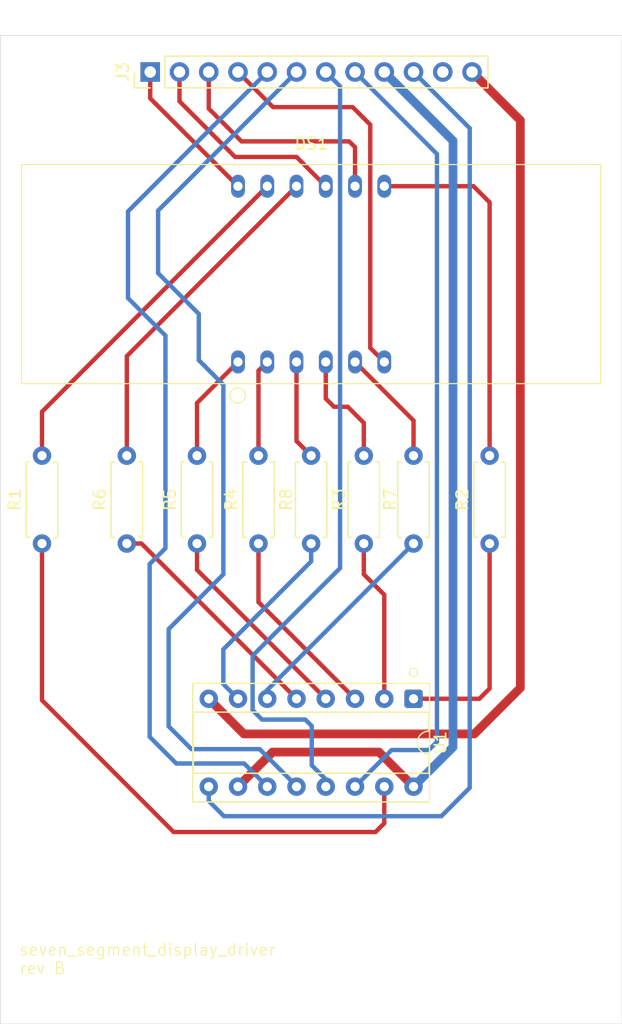
<source format=kicad_pcb>
(kicad_pcb (version 20241229) (generator "pcbnew") (generator_version "9.0")
  (title_block (rev "v01") (comment 3 "License: CC BY 4.0") (comment 4 "Author: Anderson Nguyen"))
  (layers (0 "F.Cu" signal) (2 "B.Cu" signal) (13 "F.Paste" user) (15 "B.Paste" user) (5 "F.SilkS" user "F.Silkscreen") (7 "B.SilkS" user "B.Silkscreen") (1 "F.Mask" user) (3 "B.Mask" user) (25 "Edge.Cuts" user))
  (net 0 "")
  (net 1 "Net-(DS1-E)")
  (net 2 "Net-(DS1-D.P.)")
  (net 3 "Net-(DS1-A)")
  (net 4 "Net-(DS1-G)")
  (net 5 "Net-(DS1-D)")
  (net 6 "Net-(DS1-F)")
  (net 7 "Net-(DS1-C)")
  (net 8 "Net-(DS1-B)")
  (net 9 "Net-(U1-QA)")
  (net 10 "Net-(U1-QB)")
  (net 11 "Net-(U1-QC)")
  (net 12 "Net-(U1-QD)")
  (net 13 "Net-(U1-QE)")
  (net 14 "Net-(U1-QF)")
  (net 15 "Net-(U1-QG)")
  (net 16 "Net-(U1-QH)")
  (net 17 "GND")
  (net 18 "+5V")
  (net 19 "/DIG1")
  (net 20 "/DIG4")
  (net 21 "/DIG3")
  (net 22 "/DIG2")
  (net 23 "/LATCH")
  (net 24 "/QH'")
  (net 25 "/~OE")
  (net 26 "/SER")
  (net 27 "/CLK")
  (footprint "Connector_PinHeader_2.54mm:PinHeader_1x12_P2.54mm_Vertical" (layer "F.Cu") (at 132.08 58.42 90)
    (property "Reference" "J3" (at 0 -2.38 90) (layer "F.SilkS"))
    (property "Value" "Conn_01x12_Pin")
    (fp_line (start -1.38 -1.38) (end 0 -1.38) (stroke (width 0.12)) (layer "F.SilkS"))
    (fp_line (start -1.38 0) (end -1.38 -1.38) (stroke (width 0.12)) (layer "F.SilkS"))
    (fp_line (start 1.38 1.27) (end 1.38 29.32) (stroke (width 0.12)) (layer "F.SilkS"))
    (fp_line (start -1.38 1.27) (end 1.38 1.27) (stroke (width 0.12)) (layer "F.SilkS"))
    (fp_line (start -1.38 1.27) (end -1.38 29.32) (stroke (width 0.12)) (layer "F.SilkS"))
    (fp_line (start -1.38 29.32) (end 1.38 29.32) (stroke (width 0.12)) (layer "F.SilkS"))
    (pad "1" thru_hole rect (at 0 0 90) (size 1.7 1.7) (drill 1) (layers "*.Cu" "*.Mask") (net 19 "/DIG1"))
    (pad "2" thru_hole circle (at 0 2.54 90) (size 1.7 1.7) (drill 1) (layers "*.Cu" "*.Mask") (net 22 "/DIG2"))
    (pad "3" thru_hole circle (at 0 5.08 90) (size 1.7 1.7) (drill 1) (layers "*.Cu" "*.Mask") (net 21 "/DIG3"))
    (pad "4" thru_hole circle (at 0 7.62 90) (size 1.7 1.7) (drill 1) (layers "*.Cu" "*.Mask") (net 20 "/DIG4"))
    (pad "5" thru_hole circle (at 0 10.16 90) (size 1.7 1.7) (drill 1) (layers "*.Cu" "*.Mask") (net 27 "/CLK"))
    (pad "6" thru_hole circle (at 0 12.7 90) (size 1.7 1.7) (drill 1) (layers "*.Cu" "*.Mask") (net 23 "/LATCH"))
    (pad "7" thru_hole circle (at 0 15.24 90) (size 1.7 1.7) (drill 1) (layers "*.Cu" "*.Mask") (net 25 "/~OE"))
    (pad "8" thru_hole circle (at 0 17.78 90) (size 1.7 1.7) (drill 1) (layers "*.Cu" "*.Mask") (net 26 "/SER"))
    (pad "9" thru_hole circle (at 0 20.32 90) (size 1.7 1.7) (drill 1) (layers "*.Cu" "*.Mask") (net 18 "+5V"))
    (pad "10" thru_hole circle (at 0 22.86 90) (size 1.7 1.7) (drill 1) (layers "*.Cu" "*.Mask") (net 24 "/QH'"))
    (pad "11" thru_hole circle (at 0 25.4 90) (size 1.7 1.7) (drill 1) (layers "*.Cu" "*.Mask"))
    (pad "12" thru_hole circle (at 0 27.94 90) (size 1.7 1.7) (drill 1) (layers "*.Cu" "*.Mask") (net 17 "GND"))
  )
  (footprint "Resistor_THT:R_Axial_DIN0207_L6.3mm_D2.5mm_P7.62mm_Horizontal" (layer "F.Cu") (at 161.544 99.314 90)
    (property "Reference" "R2" (at 3.81 -2.37 90) (layer "F.SilkS"))
    (property "Value" "660")
    (fp_line (start 7.08 -1.37) (end 7.08 -1.04) (stroke (width 0.12)) (layer "F.SilkS"))
    (fp_line (start 0.54 -1.37) (end 7.08 -1.37) (stroke (width 0.12)) (layer "F.SilkS"))
    (fp_line (start 0.54 -1.04) (end 0.54 -1.37) (stroke (width 0.12)) (layer "F.SilkS"))
    (fp_line (start 0.54 1.04) (end 0.54 1.37) (stroke (width 0.12)) (layer "F.SilkS"))
    (fp_line (start 7.08 1.37) (end 7.08 1.04) (stroke (width 0.12)) (layer "F.SilkS"))
    (fp_line (start 0.54 1.37) (end 7.08 1.37) (stroke (width 0.12)) (layer "F.SilkS"))
    (pad "1" thru_hole circle (at 0 0 90) (size 1.6 1.6) (drill 0.8) (layers "*.Cu" "*.Mask") (net 10 "Net-(U1-QB)"))
    (pad "2" thru_hole circle (at 7.62 0 90) (size 1.6 1.6) (drill 0.8) (layers "*.Cu" "*.Mask") (net 8 "Net-(DS1-B)"))
  )
  (footprint "Resistor_THT:R_Axial_DIN0207_L6.3mm_D2.5mm_P7.62mm_Horizontal" (layer "F.Cu") (at 146.05 99.314 90)
    (property "Reference" "R8" (at 3.81 -2.159 90) (layer "F.SilkS"))
    (property "Value" "660")
    (fp_line (start 7.08 -1.37) (end 7.08 -1.04) (stroke (width 0.12)) (layer "F.SilkS"))
    (fp_line (start 0.54 -1.37) (end 7.08 -1.37) (stroke (width 0.12)) (layer "F.SilkS"))
    (fp_line (start 0.54 -1.04) (end 0.54 -1.37) (stroke (width 0.12)) (layer "F.SilkS"))
    (fp_line (start 0.54 1.04) (end 0.54 1.37) (stroke (width 0.12)) (layer "F.SilkS"))
    (fp_line (start 7.08 1.37) (end 7.08 1.04) (stroke (width 0.12)) (layer "F.SilkS"))
    (fp_line (start 0.54 1.37) (end 7.08 1.37) (stroke (width 0.12)) (layer "F.SilkS"))
    (pad "1" thru_hole circle (at 0 0 90) (size 1.6 1.6) (drill 0.8) (layers "*.Cu" "*.Mask") (net 16 "Net-(U1-QH)"))
    (pad "2" thru_hole circle (at 7.62 0 90) (size 1.6 1.6) (drill 0.8) (layers "*.Cu" "*.Mask") (net 2 "Net-(DS1-D.P.)"))
  )
  (footprint "Resistor_THT:R_Axial_DIN0207_L6.3mm_D2.5mm_P7.62mm_Horizontal" (layer "F.Cu") (at 130.048 99.314 90)
    (property "Reference" "R6" (at 3.81 -2.37 90) (layer "F.SilkS"))
    (property "Value" "660")
    (fp_line (start 7.08 -1.37) (end 7.08 -1.04) (stroke (width 0.12)) (layer "F.SilkS"))
    (fp_line (start 0.54 -1.37) (end 7.08 -1.37) (stroke (width 0.12)) (layer "F.SilkS"))
    (fp_line (start 0.54 -1.04) (end 0.54 -1.37) (stroke (width 0.12)) (layer "F.SilkS"))
    (fp_line (start 0.54 1.04) (end 0.54 1.37) (stroke (width 0.12)) (layer "F.SilkS"))
    (fp_line (start 7.08 1.37) (end 7.08 1.04) (stroke (width 0.12)) (layer "F.SilkS"))
    (fp_line (start 0.54 1.37) (end 7.08 1.37) (stroke (width 0.12)) (layer "F.SilkS"))
    (pad "1" thru_hole circle (at 0 0 90) (size 1.6 1.6) (drill 0.8) (layers "*.Cu" "*.Mask") (net 14 "Net-(U1-QF)"))
    (pad "2" thru_hole circle (at 7.62 0 90) (size 1.6 1.6) (drill 0.8) (layers "*.Cu" "*.Mask") (net 6 "Net-(DS1-F)"))
  )
  (footprint "Resistor_THT:R_Axial_DIN0207_L6.3mm_D2.5mm_P7.62mm_Horizontal" (layer "F.Cu") (at 122.682 99.314 90)
    (property "Reference" "R1" (at 3.81 -2.37 90) (layer "F.SilkS"))
    (property "Value" "660")
    (fp_line (start 7.08 -1.37) (end 7.08 -1.04) (stroke (width 0.12)) (layer "F.SilkS"))
    (fp_line (start 0.54 -1.37) (end 7.08 -1.37) (stroke (width 0.12)) (layer "F.SilkS"))
    (fp_line (start 0.54 -1.04) (end 0.54 -1.37) (stroke (width 0.12)) (layer "F.SilkS"))
    (fp_line (start 0.54 1.04) (end 0.54 1.37) (stroke (width 0.12)) (layer "F.SilkS"))
    (fp_line (start 7.08 1.37) (end 7.08 1.04) (stroke (width 0.12)) (layer "F.SilkS"))
    (fp_line (start 0.54 1.37) (end 7.08 1.37) (stroke (width 0.12)) (layer "F.SilkS"))
    (pad "1" thru_hole circle (at 0 0 90) (size 1.6 1.6) (drill 0.8) (layers "*.Cu" "*.Mask") (net 9 "Net-(U1-QA)"))
    (pad "2" thru_hole circle (at 7.62 0 90) (size 1.6 1.6) (drill 0.8) (layers "*.Cu" "*.Mask") (net 3 "Net-(DS1-A)"))
  )
  (footprint "Resistor_THT:R_Axial_DIN0207_L6.3mm_D2.5mm_P7.62mm_Horizontal" (layer "F.Cu") (at 154.94 99.314 90)
    (property "Reference" "R7" (at 3.81 -2.032 90) (layer "F.SilkS"))
    (property "Value" "660")
    (fp_line (start 7.08 -1.37) (end 7.08 -1.04) (stroke (width 0.12)) (layer "F.SilkS"))
    (fp_line (start 0.54 -1.37) (end 7.08 -1.37) (stroke (width 0.12)) (layer "F.SilkS"))
    (fp_line (start 0.54 -1.04) (end 0.54 -1.37) (stroke (width 0.12)) (layer "F.SilkS"))
    (fp_line (start 0.54 1.04) (end 0.54 1.37) (stroke (width 0.12)) (layer "F.SilkS"))
    (fp_line (start 7.08 1.37) (end 7.08 1.04) (stroke (width 0.12)) (layer "F.SilkS"))
    (fp_line (start 0.54 1.37) (end 7.08 1.37) (stroke (width 0.12)) (layer "F.SilkS"))
    (pad "1" thru_hole circle (at 0 0 90) (size 1.6 1.6) (drill 0.8) (layers "*.Cu" "*.Mask") (net 15 "Net-(U1-QG)"))
    (pad "2" thru_hole circle (at 7.62 0 90) (size 1.6 1.6) (drill 0.8) (layers "*.Cu" "*.Mask") (net 4 "Net-(DS1-G)"))
  )
  (footprint "Library:LTC_5623G-SDIP" (layer "F.Cu") (at 146.05 75.946)
    (property "Reference" "DS1" (at 0.025 -11.3 180) (layer "F.SilkS"))
    (property "Value" "LTC-55623G")
    (fp_rect (start -25.146 -9.4996) (end 25.146 9.4996) (stroke (width 0.1)) (fill no) (layer "F.SilkS"))
    (fp_circle (center -6.375 10.525) (end -5.825 10.9) (stroke (width 0.1)) (fill no) (layer "F.SilkS"))
    (pad "1" thru_hole oval (at -6.35 7.62) (size 1.2 2) (drill 0.8) (layers "*.Cu" "*.Mask") (net 1 "Net-(DS1-E)"))
    (pad "2" thru_hole oval (at -3.81 7.62) (size 1.2 2) (drill 0.8) (layers "*.Cu" "*.Mask") (net 5 "Net-(DS1-D)"))
    (pad "3" thru_hole oval (at -1.27 7.62) (size 1.2 2) (drill 0.8) (layers "*.Cu" "*.Mask") (net 2 "Net-(DS1-D.P.)"))
    (pad "4" thru_hole oval (at 1.27 7.62) (size 1.2 2) (drill 0.8) (layers "*.Cu" "*.Mask") (net 7 "Net-(DS1-C)"))
    (pad "5" thru_hole oval (at 3.81 7.62) (size 1.2 2) (drill 0.8) (layers "*.Cu" "*.Mask") (net 4 "Net-(DS1-G)"))
    (pad "6" thru_hole oval (at 6.35 7.62) (size 1.2 2) (drill 0.8) (layers "*.Cu" "*.Mask") (net 20 "/DIG4"))
    (pad "7" thru_hole oval (at 6.35 -7.62) (size 1.2 2) (drill 0.8) (layers "*.Cu" "*.Mask") (net 8 "Net-(DS1-B)"))
    (pad "8" thru_hole oval (at 3.81 -7.62) (size 1.2 2) (drill 0.8) (layers "*.Cu" "*.Mask") (net 21 "/DIG3"))
    (pad "9" thru_hole oval (at 1.27 -7.62) (size 1.2 2) (drill 0.8) (layers "*.Cu" "*.Mask") (net 22 "/DIG2"))
    (pad "10" thru_hole oval (at -1.27 -7.62) (size 1.2 2) (drill 0.8) (layers "*.Cu" "*.Mask") (net 6 "Net-(DS1-F)"))
    (pad "11" thru_hole oval (at -3.81 -7.62) (size 1.2 2) (drill 0.8) (layers "*.Cu" "*.Mask") (net 3 "Net-(DS1-A)"))
    (pad "12" thru_hole oval (at -6.35 -7.62) (size 1.2 2) (drill 0.8) (layers "*.Cu" "*.Mask") (net 19 "/DIG1"))
  )
  (footprint "Resistor_THT:R_Axial_DIN0207_L6.3mm_D2.5mm_P7.62mm_Horizontal" (layer "F.Cu") (at 141.478 99.314 90)
    (property "Reference" "R4" (at 3.81 -2.37 90) (layer "F.SilkS"))
    (property "Value" "660")
    (fp_line (start 7.08 -1.37) (end 7.08 -1.04) (stroke (width 0.12)) (layer "F.SilkS"))
    (fp_line (start 0.54 -1.37) (end 7.08 -1.37) (stroke (width 0.12)) (layer "F.SilkS"))
    (fp_line (start 0.54 -1.04) (end 0.54 -1.37) (stroke (width 0.12)) (layer "F.SilkS"))
    (fp_line (start 0.54 1.04) (end 0.54 1.37) (stroke (width 0.12)) (layer "F.SilkS"))
    (fp_line (start 7.08 1.37) (end 7.08 1.04) (stroke (width 0.12)) (layer "F.SilkS"))
    (fp_line (start 0.54 1.37) (end 7.08 1.37) (stroke (width 0.12)) (layer "F.SilkS"))
    (pad "1" thru_hole circle (at 0 0 90) (size 1.6 1.6) (drill 0.8) (layers "*.Cu" "*.Mask") (net 12 "Net-(U1-QD)"))
    (pad "2" thru_hole circle (at 7.62 0 90) (size 1.6 1.6) (drill 0.8) (layers "*.Cu" "*.Mask") (net 5 "Net-(DS1-D)"))
  )
  (footprint "Package_DIP:DIP-16_W7.62mm_Socket" (layer "F.Cu") (at 154.94 112.776 -90)
    (property "Reference" "U1" (at 3.81 -2.33 90) (layer "F.SilkS"))
    (property "Value" "74AHC595")
    (fp_line (start 1.16 19.11) (end 6.46 19.11) (stroke (width 0.12)) (layer "F.SilkS"))
    (fp_line (start 6.46 19.11) (end 6.46 -1.33) (stroke (width 0.12)) (layer "F.SilkS"))
    (fp_line (start 1.16 -1.33) (end 1.16 19.11) (stroke (width 0.12)) (layer "F.SilkS"))
    (fp_line (start 2.81 -1.33) (end 1.16 -1.33) (stroke (width 0.12)) (layer "F.SilkS"))
    (fp_line (start 6.46 -1.33) (end 4.81 -1.33) (stroke (width 0.12)) (layer "F.SilkS"))
    (fp_rect (start -1.33 -1.39) (end 8.95 19.17) (stroke (width 0.12)) (fill no) (layer "F.SilkS"))
    (fp_arc (start 4.81 -1.33) (mid 3.81 -0.33) (end 2.81 -1.33) (stroke (width 0.12)) (layer "F.SilkS"))
    (pad "1" thru_hole roundrect (at 0 0 270) (size 1.6 1.6) (drill 0.8) (layers "*.Cu" "*.Mask") (roundrect_rratio 0.15625) (net 10 "Net-(U1-QB)"))
    (pad "2" thru_hole circle (at 0 2.54 270) (size 1.6 1.6) (drill 0.8) (layers "*.Cu" "*.Mask") (net 11 "Net-(U1-QC)"))
    (pad "3" thru_hole circle (at 0 5.08 270) (size 1.6 1.6) (drill 0.8) (layers "*.Cu" "*.Mask") (net 12 "Net-(U1-QD)"))
    (pad "4" thru_hole circle (at 0 7.62 270) (size 1.6 1.6) (drill 0.8) (layers "*.Cu" "*.Mask") (net 13 "Net-(U1-QE)"))
    (pad "5" thru_hole circle (at 0 10.16 270) (size 1.6 1.6) (drill 0.8) (layers "*.Cu" "*.Mask") (net 14 "Net-(U1-QF)"))
    (pad "6" thru_hole circle (at 0 12.7 270) (size 1.6 1.6) (drill 0.8) (layers "*.Cu" "*.Mask") (net 15 "Net-(U1-QG)"))
    (pad "7" thru_hole circle (at 0 15.24 270) (size 1.6 1.6) (drill 0.8) (layers "*.Cu" "*.Mask") (net 16 "Net-(U1-QH)"))
    (pad "8" thru_hole circle (at 0 17.78 270) (size 1.6 1.6) (drill 0.8) (layers "*.Cu" "*.Mask") (net 17 "GND"))
    (pad "9" thru_hole circle (at 7.62 17.78 270) (size 1.6 1.6) (drill 0.8) (layers "*.Cu" "*.Mask") (net 24 "/QH'"))
    (pad "10" thru_hole circle (at 7.62 15.24 270) (size 1.6 1.6) (drill 0.8) (layers "*.Cu" "*.Mask") (net 18 "+5V"))
    (pad "11" thru_hole circle (at 7.62 12.7 270) (size 1.6 1.6) (drill 0.8) (layers "*.Cu" "*.Mask") (net 27 "/CLK"))
    (pad "12" thru_hole circle (at 7.62 10.16 270) (size 1.6 1.6) (drill 0.8) (layers "*.Cu" "*.Mask") (net 23 "/LATCH"))
    (pad "13" thru_hole circle (at 7.62 7.62 270) (size 1.6 1.6) (drill 0.8) (layers "*.Cu" "*.Mask") (net 25 "/~OE"))
    (pad "14" thru_hole circle (at 7.62 5.08 270) (size 1.6 1.6) (drill 0.8) (layers "*.Cu" "*.Mask") (net 26 "/SER"))
    (pad "15" thru_hole circle (at 7.62 2.54 270) (size 1.6 1.6) (drill 0.8) (layers "*.Cu" "*.Mask") (net 9 "Net-(U1-QA)"))
    (pad "16" thru_hole circle (at 7.62 0 270) (size 1.6 1.6) (drill 0.8) (layers "*.Cu" "*.Mask") (net 18 "+5V"))
  )
  (footprint "Resistor_THT:R_Axial_DIN0207_L6.3mm_D2.5mm_P7.62mm_Horizontal" (layer "F.Cu") (at 150.622 99.314 90)
    (property "Reference" "R3" (at 3.81 -2.159 90) (layer "F.SilkS"))
    (property "Value" "660")
    (fp_line (start 7.08 -1.37) (end 7.08 -1.04) (stroke (width 0.12)) (layer "F.SilkS"))
    (fp_line (start 0.54 -1.37) (end 7.08 -1.37) (stroke (width 0.12)) (layer "F.SilkS"))
    (fp_line (start 0.54 -1.04) (end 0.54 -1.37) (stroke (width 0.12)) (layer "F.SilkS"))
    (fp_line (start 0.54 1.04) (end 0.54 1.37) (stroke (width 0.12)) (layer "F.SilkS"))
    (fp_line (start 7.08 1.37) (end 7.08 1.04) (stroke (width 0.12)) (layer "F.SilkS"))
    (fp_line (start 0.54 1.37) (end 7.08 1.37) (stroke (width 0.12)) (layer "F.SilkS"))
    (pad "1" thru_hole circle (at 0 0 90) (size 1.6 1.6) (drill 0.8) (layers "*.Cu" "*.Mask") (net 11 "Net-(U1-QC)"))
    (pad "2" thru_hole circle (at 7.62 0 90) (size 1.6 1.6) (drill 0.8) (layers "*.Cu" "*.Mask") (net 7 "Net-(DS1-C)"))
  )
  (footprint "Resistor_THT:R_Axial_DIN0207_L6.3mm_D2.5mm_P7.62mm_Horizontal" (layer "F.Cu") (at 136.144 99.314 90)
    (property "Reference" "R5" (at 3.81 -2.37 90) (layer "F.SilkS"))
    (property "Value" "660")
    (fp_line (start 7.08 -1.37) (end 7.08 -1.04) (stroke (width 0.12)) (layer "F.SilkS"))
    (fp_line (start 0.54 -1.37) (end 7.08 -1.37) (stroke (width 0.12)) (layer "F.SilkS"))
    (fp_line (start 0.54 -1.04) (end 0.54 -1.37) (stroke (width 0.12)) (layer "F.SilkS"))
    (fp_line (start 0.54 1.04) (end 0.54 1.37) (stroke (width 0.12)) (layer "F.SilkS"))
    (fp_line (start 7.08 1.37) (end 7.08 1.04) (stroke (width 0.12)) (layer "F.SilkS"))
    (fp_line (start 0.54 1.37) (end 7.08 1.37) (stroke (width 0.12)) (layer "F.SilkS"))
    (pad "1" thru_hole circle (at 0 0 90) (size 1.6 1.6) (drill 0.8) (layers "*.Cu" "*.Mask") (net 13 "Net-(U1-QE)"))
    (pad "2" thru_hole circle (at 7.62 0 90) (size 1.6 1.6) (drill 0.8) (layers "*.Cu" "*.Mask") (net 1 "Net-(DS1-E)"))
  )
  (gr_circle (center 154.94 110.49) (end 155.194 110.236) (stroke (width 0.1)) (fill no) (layer "F.SilkS"))
  (gr_rect (start 119.0625 55.245) (end 173.0375 140.97) (stroke (width 0.05)) (fill no) (layer "Edge.Cuts"))
  (gr_text "seven_segment_display_driver\nrev B\n\n\n" (at 120.65 139.954 0) (layer "F.SilkS") (effects (font (size 1 1) (thickness 0.1)) (justify left bottom)))
  (segment (start 136.144 91.694) (end 136.144 87.122) (width 0.381) (layer "F.Cu") (net 1))
  (segment (start 136.144 87.122) (end 139.7 83.566) (width 0.381) (layer "F.Cu") (net 1))
  (segment (start 144.78 90.424) (end 144.78 83.566) (width 0.381) (layer "F.Cu") (net 2))
  (segment (start 146.05 91.694) (end 144.78 90.424) (width 0.381) (layer "F.Cu") (net 2))
  (segment (start 122.682 91.694) (end 122.682 87.884) (width 0.381) (layer "F.Cu") (net 3))
  (segment (start 122.682 87.884) (end 142.24 68.326) (width 0.381) (layer "F.Cu") (net 3))
  (segment (start 154.94 91.694) (end 154.94 88.646) (width 0.381) (layer "F.Cu") (net 4))
  (segment (start 154.94 88.646) (end 149.86 83.566) (width 0.381) (layer "F.Cu") (net 4))
  (segment (start 141.478 91.694) (end 141.478 84.328) (width 0.381) (layer "F.Cu") (net 5))
  (segment (start 141.478 84.328) (end 142.24 83.566) (width 0.381) (layer "F.Cu") (net 5))
  (segment (start 130.048 91.694) (end 130.048 83.058) (width 0.381) (layer "F.Cu") (net 6))
  (segment (start 130.048 83.058) (end 144.78 68.326) (width 0.381) (layer "F.Cu") (net 6))
  (segment (start 147.32 86.741) (end 148.0312 87.4522) (width 0.381) (layer "F.Cu") (net 7))
  (segment (start 149.225 87.4522) (end 150.622 88.8492) (width 0.381) (layer "F.Cu") (net 7))
  (segment (start 150.622 88.8492) (end 150.622 91.694) (width 0.381) (layer "F.Cu") (net 7))
  (segment (start 147.32 83.566) (end 147.32 86.741) (width 0.381) (layer "F.Cu") (net 7))
  (segment (start 148.0312 87.4522) (end 149.225 87.4522) (width 0.381) (layer "F.Cu") (net 7))
  (segment (start 160.147 68.326) (end 152.4 68.326) (width 0.381) (layer "F.Cu") (net 8))
  (segment (start 161.544 91.694) (end 161.544 69.723) (width 0.381) (layer "F.Cu") (net 8))
  (segment (start 161.544 69.723) (end 160.147 68.326) (width 0.381) (layer "F.Cu") (net 8))
  (segment (start 134.112 124.333) (end 151.638 124.333) (width 0.381) (layer "F.Cu") (net 9))
  (segment (start 151.638 124.333) (end 152.4 123.571) (width 0.381) (layer "F.Cu") (net 9))
  (segment (start 122.682 112.903) (end 134.112 124.333) (width 0.381) (layer "F.Cu") (net 9))
  (segment (start 152.4 123.571) (end 152.4 120.396) (width 0.381) (layer "F.Cu") (net 9))
  (segment (start 122.682 99.314) (end 122.682 112.903) (width 0.381) (layer "F.Cu") (net 9))
  (segment (start 161.544 99.314) (end 161.544 111.887) (width 0.381) (layer "F.Cu") (net 10))
  (segment (start 161.544 111.887) (end 160.655 112.776) (width 0.381) (layer "F.Cu") (net 10))
  (segment (start 160.655 112.776) (end 154.94 112.776) (width 0.381) (layer "F.Cu") (net 10))
  (segment (start 150.622 101.981) (end 152.4 103.759) (width 0.381) (layer "F.Cu") (net 11))
  (segment (start 152.4 103.759) (end 152.4 112.776) (width 0.381) (layer "F.Cu") (net 11))
  (segment (start 150.622 99.314) (end 150.622 101.981) (width 0.381) (layer "F.Cu") (net 11))
  (segment (start 141.478 104.394) (end 149.86 112.776) (width 0.381) (layer "F.Cu") (net 12))
  (segment (start 141.478 99.314) (end 141.478 104.394) (width 0.381) (layer "F.Cu") (net 12))
  (segment (start 136.144 101.6) (end 147.32 112.776) (width 0.381) (layer "F.Cu") (net 13))
  (segment (start 136.144 99.314) (end 136.144 101.6) (width 0.381) (layer "F.Cu") (net 13))
  (segment (start 130.048 99.314) (end 131.318 99.314) (width 0.381) (layer "F.Cu") (net 14))
  (segment (start 131.318 99.314) (end 144.78 112.776) (width 0.381) (layer "F.Cu") (net 14))
  (segment (start 142.113 112.141) (end 154.94 99.314) (width 0.381) (layer "B.Cu") (net 15))
  (segment (start 142.24 112.776) (end 142.113 112.649) (width 0.381) (layer "B.Cu") (net 15))
  (segment (start 142.113 112.649) (end 142.113 112.141) (width 0.381) (layer "B.Cu") (net 15))
  (segment (start 146.05 100.8634) (end 138.43 108.4834) (width 0.381) (layer "B.Cu") (net 16))
  (segment (start 138.43 108.4834) (end 138.43 111.506) (width 0.381) (layer "B.Cu") (net 16))
  (segment (start 138.43 111.506) (end 139.7 112.776) (width 0.381) (layer "B.Cu") (net 16))
  (segment (start 146.05 99.314) (end 146.05 100.8634) (width 0.381) (layer "B.Cu") (net 16))
  (segment (start 164.211 111.8362) (end 164.211 62.611) (width 0.762) (layer "F.Cu") (net 17))
  (segment (start 164.211 62.611) (end 160.02 58.42) (width 0.762) (layer "F.Cu") (net 17))
  (segment (start 140.208 115.824) (end 160.2232 115.824) (width 0.762) (layer "F.Cu") (net 17))
  (segment (start 160.2232 115.824) (end 164.211 111.8362) (width 0.762) (layer "F.Cu") (net 17))
  (segment (start 137.16 112.776) (end 140.208 115.824) (width 0.762) (layer "F.Cu") (net 17))
  (segment (start 139.7 120.396) (end 142.6972 117.3988) (width 0.762) (layer "F.Cu") (net 18))
  (segment (start 142.6972 117.3988) (end 151.9428 117.3988) (width 0.762) (layer "F.Cu") (net 18))
  (segment (start 151.9428 117.3988) (end 154.94 120.396) (width 0.762) (layer "F.Cu") (net 18))
  (segment (start 158.369 116.967) (end 158.369 64.389) (width 0.762) (layer "B.Cu") (net 18))
  (segment (start 154.94 120.396) (end 158.369 116.967) (width 0.762) (layer "B.Cu") (net 18))
  (segment (start 158.369 64.389) (end 152.4 58.42) (width 0.762) (layer "B.Cu") (net 18))
  (segment (start 132.08 58.42) (end 132.08 60.706) (width 0.381) (layer "F.Cu") (net 19))
  (segment (start 132.08 60.706) (end 139.7 68.326) (width 0.381) (layer "F.Cu") (net 19))
  (segment (start 142.748 61.468) (end 149.6568 61.468) (width 0.381) (layer "F.Cu") (net 20))
  (segment (start 151.1808 62.992) (end 151.1808 82.3468) (width 0.381) (layer "F.Cu") (net 20))
  (segment (start 151.1808 82.3468) (end 152.4 83.566) (width 0.381) (layer "F.Cu") (net 20))
  (segment (start 139.7 58.42) (end 142.748 61.468) (width 0.381) (layer "F.Cu") (net 20))
  (segment (start 149.6568 61.468) (end 151.1808 62.992) (width 0.381) (layer "F.Cu") (net 20))
  (segment (start 140.0026 64.4376) (end 137.16 61.595) (width 0.381) (layer "F.Cu") (net 21))
  (segment (start 149.3498 64.4376) (end 140.0026 64.4376) (width 0.381) (layer "F.Cu") (net 21))
  (segment (start 149.86 68.326) (end 149.86 64.9478) (width 0.381) (layer "F.Cu") (net 21))
  (segment (start 149.86 64.9478) (end 149.3498 64.4376) (width 0.381) (layer "F.Cu") (net 21))
  (segment (start 137.16 61.595) (end 137.16 58.42) (width 0.381) (layer "F.Cu") (net 21))
  (segment (start 134.62 58.42) (end 134.62 60.96) (width 0.381) (layer "F.Cu") (net 22))
  (segment (start 139.446 65.786) (end 144.78 65.786) (width 0.381) (layer "F.Cu") (net 22))
  (segment (start 134.62 60.96) (end 139.446 65.786) (width 0.381) (layer "F.Cu") (net 22))
  (segment (start 144.78 65.786) (end 147.32 68.326) (width 0.381) (layer "F.Cu") (net 22))
  (segment (start 138.43 101.981) (end 138.43 85.5472) (width 0.381) (layer "B.Cu") (net 23))
  (segment (start 138.43 85.5472) (end 136.2964 83.4136) (width 0.381) (layer "B.Cu") (net 23))
  (segment (start 133.6802 106.7308) (end 138.43 101.981) (width 0.381) (layer "B.Cu") (net 23))
  (segment (start 144.78 120.3452) (end 141.5796 117.1448) (width 0.381) (layer "B.Cu") (net 23))
  (segment (start 133.6802 115.1636) (end 133.6802 106.7308) (width 0.381) (layer "B.Cu") (net 23))
  (segment (start 132.7658 70.4342) (end 144.78 58.42) (width 0.381) (layer "B.Cu") (net 23))
  (segment (start 132.7658 75.8698) (end 132.7658 70.4342) (width 0.381) (layer "B.Cu") (net 23))
  (segment (start 141.5796 117.1448) (end 135.6614 117.1448) (width 0.381) (layer "B.Cu") (net 23))
  (segment (start 144.78 120.396) (end 144.78 120.3452) (width 0.381) (layer "B.Cu") (net 23))
  (segment (start 136.2964 83.4136) (end 136.2964 79.4004) (width 0.381) (layer "B.Cu") (net 23))
  (segment (start 136.2964 79.4004) (end 132.7658 75.8698) (width 0.381) (layer "B.Cu") (net 23))
  (segment (start 135.6614 117.1448) (end 133.6802 115.1636) (width 0.381) (layer "B.Cu") (net 23))
  (segment (start 137.16 120.396) (end 137.16 121.6406) (width 0.381) (layer "B.Cu") (net 24))
  (segment (start 137.16 121.6406) (end 138.4808 122.9614) (width 0.381) (layer "B.Cu") (net 24))
  (segment (start 159.8168 63.2968) (end 154.94 58.42) (width 0.381) (layer "B.Cu") (net 24))
  (segment (start 138.4808 122.9614) (end 157.353 122.9614) (width 0.381) (layer "B.Cu") (net 24))
  (segment (start 157.353 122.9614) (end 159.8168 120.4976) (width 0.381) (layer "B.Cu") (net 24))
  (segment (start 159.8168 120.4976) (end 159.8168 63.2968) (width 0.381) (layer "B.Cu") (net 24))
  (segment (start 141.7828 114.5794) (end 140.97 113.7666) (width 0.381) (layer "B.Cu") (net 25))
  (segment (start 147.32 119.761) (end 146.1008 118.5418) (width 0.381) (layer "B.Cu") (net 25))
  (segment (start 140.97 113.7666) (end 140.97 109.0422) (width 0.381) (layer "B.Cu") (net 25))
  (segment (start 146.1008 115.1382) (end 145.542 114.5794) (width 0.381) (layer "B.Cu") (net 25))
  (segment (start 148.5646 59.6646) (end 147.32 58.42) (width 0.381) (layer "B.Cu") (net 25))
  (segment (start 147.32 120.396) (end 147.32 119.761) (width 0.381) (layer "B.Cu") (net 25))
  (segment (start 148.5646 101.4476) (end 148.5646 59.6646) (width 0.381) (layer "B.Cu") (net 25))
  (segment (start 145.542 114.5794) (end 141.7828 114.5794) (width 0.381) (layer "B.Cu") (net 25))
  (segment (start 140.97 109.0422) (end 148.5646 101.4476) (width 0.381) (layer "B.Cu") (net 25))
  (segment (start 146.1008 118.5418) (end 146.1008 115.1382) (width 0.381) (layer "B.Cu") (net 25))
  (segment (start 156.972 116.5098) (end 156.972 65.532) (width 0.381) (layer "B.Cu") (net 26))
  (segment (start 156.2608 117.221) (end 156.972 116.5098) (width 0.381) (layer "B.Cu") (net 26))
  (segment (start 153.035 117.221) (end 156.2608 117.221) (width 0.381) (layer "B.Cu") (net 26))
  (segment (start 149.86 120.396) (end 153.035 117.221) (width 0.381) (layer "B.Cu") (net 26))
  (segment (start 156.972 65.532) (end 149.86 58.42) (width 0.381) (layer "B.Cu") (net 26))
  (segment (start 132.0292 101.092) (end 132.0292 116.078) (width 0.381) (layer "B.Cu") (net 27))
  (segment (start 133.4008 81.28) (end 133.4008 99.7204) (width 0.381) (layer "B.Cu") (net 27))
  (segment (start 142.24 58.42) (end 130.1496 70.5104) (width 0.381) (layer "B.Cu") (net 27))
  (segment (start 132.0292 116.078) (end 134.3406 118.3894) (width 0.381) (layer "B.Cu") (net 27))
  (segment (start 134.3406 118.3894) (end 140.2334 118.3894) (width 0.381) (layer "B.Cu") (net 27))
  (segment (start 140.2334 118.3894) (end 142.24 120.396) (width 0.381) (layer "B.Cu") (net 27))
  (segment (start 130.1496 78.0288) (end 133.4008 81.28) (width 0.381) (layer "B.Cu") (net 27))
  (segment (start 133.4008 99.7204) (end 132.0292 101.092) (width 0.381) (layer "B.Cu") (net 27))
  (segment (start 130.1496 70.5104) (end 130.1496 78.0288) (width 0.381) (layer "B.Cu") (net 27))
)
</source>
